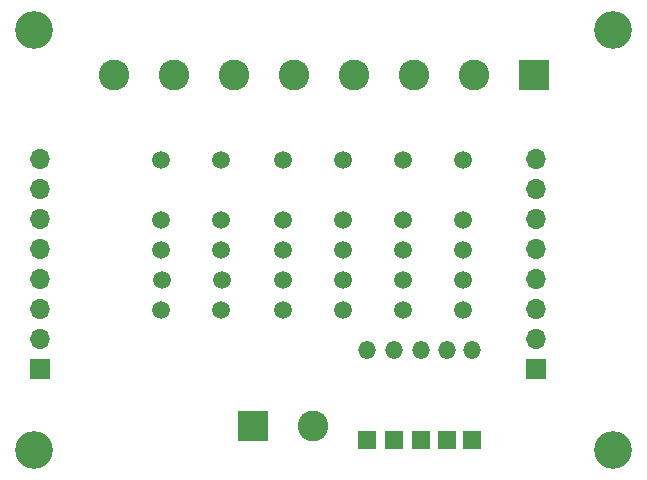
<source format=gbr>
%TF.GenerationSoftware,KiCad,Pcbnew,(6.0.4)*%
%TF.CreationDate,2023-03-20T20:43:09+01:00*%
%TF.ProjectId,analogBlockModule,616e616c-6f67-4426-9c6f-636b4d6f6475,rev?*%
%TF.SameCoordinates,Original*%
%TF.FileFunction,Soldermask,Bot*%
%TF.FilePolarity,Negative*%
%FSLAX46Y46*%
G04 Gerber Fmt 4.6, Leading zero omitted, Abs format (unit mm)*
G04 Created by KiCad (PCBNEW (6.0.4)) date 2023-03-20 20:43:09*
%MOMM*%
%LPD*%
G01*
G04 APERTURE LIST*
%ADD10R,2.600000X2.600000*%
%ADD11C,2.600000*%
%ADD12R,1.500000X1.500000*%
%ADD13O,1.500000X1.500000*%
%ADD14C,1.500000*%
%ADD15R,1.700000X1.700000*%
%ADD16O,1.700000X1.700000*%
%ADD17C,3.200000*%
G04 APERTURE END LIST*
D10*
%TO.C,J2*%
X161280000Y-83769000D03*
D11*
X156200000Y-83769000D03*
X151120000Y-83769000D03*
X146040000Y-83769000D03*
X140960000Y-83769000D03*
X135880000Y-83769000D03*
X130800000Y-83769000D03*
X125720000Y-83769000D03*
%TD*%
D12*
%TO.C,D1*%
X147193000Y-114690000D03*
D13*
X147193000Y-107070000D03*
%TD*%
D14*
%TO.C,U1*%
X150197200Y-90977000D03*
X150197200Y-96057000D03*
X150197200Y-98597000D03*
X150235200Y-101137000D03*
X150197200Y-103677000D03*
X155277200Y-103677000D03*
X155315200Y-101137000D03*
X155277200Y-98597000D03*
X155277200Y-96057000D03*
X155277200Y-90977000D03*
%TD*%
D15*
%TO.C,J1*%
X119500000Y-108660000D03*
D16*
X119500000Y-106120000D03*
X119500000Y-103580000D03*
X119500000Y-101040000D03*
X119500000Y-98500000D03*
X119500000Y-95960000D03*
X119500000Y-93420000D03*
X119500000Y-90880000D03*
%TD*%
D12*
%TO.C,D5*%
X149479000Y-114681000D03*
D13*
X149479000Y-107061000D03*
%TD*%
D15*
%TO.C,J4*%
X161500000Y-108660000D03*
D16*
X161500000Y-106120000D03*
X161500000Y-103580000D03*
X161500000Y-101040000D03*
X161500000Y-98500000D03*
X161500000Y-95960000D03*
X161500000Y-93420000D03*
X161500000Y-90880000D03*
%TD*%
D12*
%TO.C,D6*%
X151765000Y-114681000D03*
D13*
X151765000Y-107061000D03*
%TD*%
D12*
%TO.C,D7*%
X153924000Y-114676000D03*
D13*
X153924000Y-107056000D03*
%TD*%
D17*
%TO.C,REF\u002A\u002A*%
X119000000Y-80000000D03*
%TD*%
D12*
%TO.C,D8*%
X156072000Y-114676000D03*
D13*
X156072000Y-107056000D03*
%TD*%
D10*
%TO.C,J3*%
X137536000Y-113462000D03*
D11*
X142616000Y-113462000D03*
%TD*%
D17*
%TO.C,REF\u002A\u002A*%
X119000000Y-115500000D03*
%TD*%
D14*
%TO.C,U3*%
X140037200Y-90977000D03*
X140037200Y-96057000D03*
X140037200Y-98597000D03*
X140075200Y-101137000D03*
X140037200Y-103677000D03*
X145117200Y-103677000D03*
X145155200Y-101137000D03*
X145117200Y-98597000D03*
X145117200Y-96057000D03*
X145117200Y-90977000D03*
%TD*%
%TO.C,U2*%
X129750200Y-90977000D03*
X129750200Y-96057000D03*
X129750200Y-98597000D03*
X129788200Y-101137000D03*
X129750200Y-103677000D03*
X134830200Y-103677000D03*
X134868200Y-101137000D03*
X134830200Y-98597000D03*
X134830200Y-96057000D03*
X134830200Y-90977000D03*
%TD*%
D17*
%TO.C,REF\u002A\u002A*%
X168000000Y-115500000D03*
%TD*%
%TO.C,REF\u002A\u002A*%
X168000000Y-80000000D03*
%TD*%
M02*

</source>
